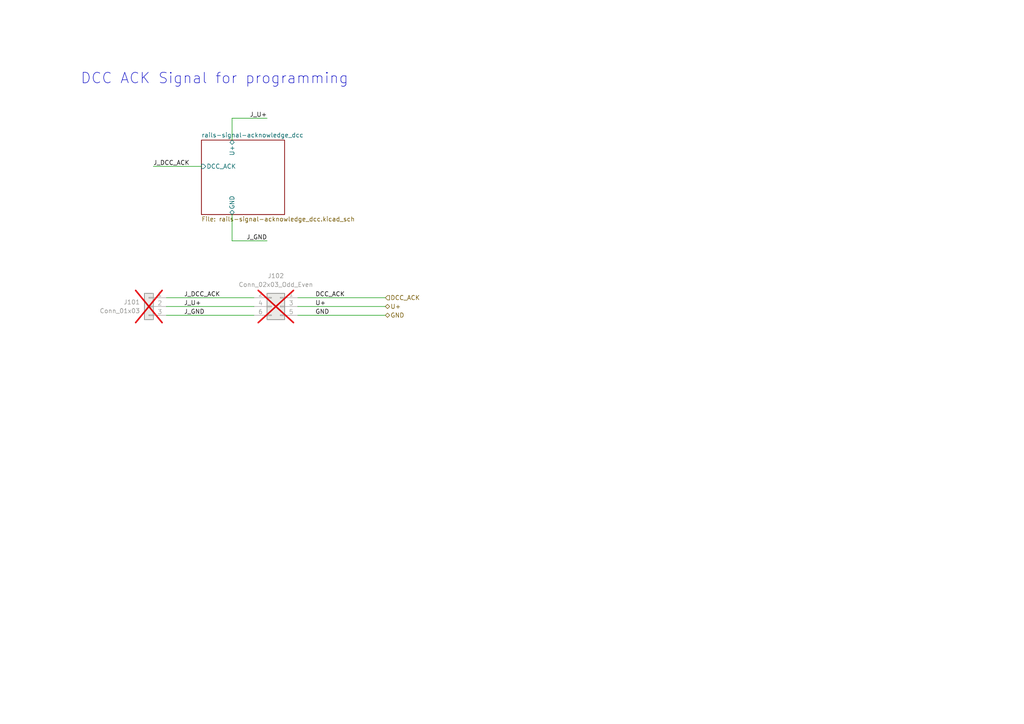
<source format=kicad_sch>
(kicad_sch (version 20231120) (generator "eeschema") (generator_version "8.0")
  (paper "A4")
  (title_block (title "xDuinoRail - LocDecoder - Development Kit") (date "2024-10-09") (rev "v0.2") (company "Chatelain Engineering, Bern - CH"))
  (lib_symbols
    (symbol "Connector_Generic:Conn_01x03" (pin_names (offset 1.016) hide)
      (property "Reference" "J" (at 0 5.08 0))
      (property "Value" "Conn_01x03" (at 0 -5.08 0))
      (symbol "Conn_01x03_1_1"
        (rectangle (start -1.27 -2.413) (end 0 -2.667) (stroke (width 0.1524)))
        (rectangle (start -1.27 0.127) (end 0 -0.127) (stroke (width 0.1524)))
        (rectangle (start -1.27 2.667) (end 0 2.413) (stroke (width 0.1524)))
        (rectangle (start -1.27 3.81) (end 1.27 -3.81) (stroke (width 0.254)) (fill (type background)))
        (pin passive line (at -5.08 2.54 0) (length 3.81) (name "Pin_1") (number "1"))
        (pin passive line (at -5.08 0 0) (length 3.81) (name "Pin_2") (number "2"))
        (pin passive line (at -5.08 -2.54 0) (length 3.81) (name "Pin_3") (number "3"))
      )
    )
    (symbol "Connector_Generic:Conn_02x03_Odd_Even" (pin_names (offset 1.016) hide)
      (property "Reference" "J" (at 1.27 5.08 0))
      (property "Value" "Conn_02x03_Odd_Even" (at 1.27 -5.08 0))
      (symbol "Conn_02x03_Odd_Even_1_1"
        (rectangle (start -1.27 -2.413) (end 0 -2.667) (stroke (width 0.1524)))
        (rectangle (start -1.27 0.127) (end 0 -0.127) (stroke (width 0.1524)))
        (rectangle (start -1.27 2.667) (end 0 2.413) (stroke (width 0.1524)))
        (rectangle (start -1.27 3.81) (end 3.81 -3.81) (stroke (width 0.254)) (fill (type background)))
        (rectangle (start 3.81 -2.413) (end 2.54 -2.667) (stroke (width 0.1524)))
        (rectangle (start 3.81 0.127) (end 2.54 -0.127) (stroke (width 0.1524)))
        (rectangle (start 3.81 2.667) (end 2.54 2.413) (stroke (width 0.1524)))
        (pin passive line (at -5.08 2.54 0) (length 3.81) (name "Pin_1") (number "1"))
        (pin passive line (at 7.62 2.54 180) (length 3.81) (name "Pin_2") (number "2"))
        (pin passive line (at -5.08 0 0) (length 3.81) (name "Pin_3") (number "3"))
        (pin passive line (at 7.62 0 180) (length 3.81) (name "Pin_4") (number "4"))
        (pin passive line (at -5.08 -2.54 0) (length 3.81) (name "Pin_5") (number "5"))
        (pin passive line (at 7.62 -2.54 180) (length 3.81) (name "Pin_6") (number "6"))
      )
    )
  )
  (wire (pts (xy 86.36 86.36) (xy 111.76 86.36)))
  (wire (pts (xy 86.36 88.9) (xy 111.76 88.9)))
  (wire (pts (xy 67.31 34.29) (xy 67.31 40.64)))
  (wire (pts (xy 86.36 91.44) (xy 111.76 91.44)))
  (wire (pts (xy 67.31 34.29) (xy 77.47 34.29)))
  (wire (pts (xy 48.26 86.36) (xy 73.66 86.36)))
  (wire (pts (xy 44.45 48.26) (xy 58.42 48.26)))
  (wire (pts (xy 48.26 88.9) (xy 73.66 88.9)))
  (wire (pts (xy 67.31 62.23) (xy 67.31 69.85)))
  (wire (pts (xy 67.31 69.85) (xy 77.47 69.85)))
  (wire (pts (xy 48.26 91.44) (xy 73.66 91.44)))
  (text "DCC ACK Signal for programming" (at 62.23 22.86 0) (effects (font (size 3.048 3.048))))
  (label "GND" (at 91.44 91.44 0))
  (label "DCC_ACK" (at 91.44 86.36 0))
  (label "J_U+" (at 53.34 88.9 0))
  (label "J_GND" (at 77.47 69.85 180))
  (label "U+" (at 91.44 88.9 0))
  (label "J_DCC_ACK" (at 53.34 86.36 0))
  (label "J_U+" (at 77.47 34.29 180))
  (label "J_DCC_ACK" (at 44.45 48.26 0))
  (label "J_GND" (at 53.34 91.44 0))
  (hierarchical_label "DCC_ACK" (shape input) (at 111.76 86.36 0))
  (hierarchical_label "U+" (shape bidirectional) (at 111.76 88.9 0))
  (hierarchical_label "GND" (shape bidirectional) (at 111.76 91.44 0))
  (symbol (lib_id "Connector_Generic:Conn_02x03_Odd_Even") (at 81.28 88.9 0) (mirror y) (unit 1) (exclude_from_sim yes) (in_bom no) (dnp yes)
    (property "Reference" "J102" (at 80.01 80.01 0))
    (property "Value" "Conn_02x03_Odd_Even" (at 80.01 82.55 0))
    (property "Footprint" "Connector_PinSocket_2.54mm:PinSocket_2x03_P2.54mm_Vertical" (effects (hide yes)))
    (property "Description" "Generic connector, double row, 02x03, odd/even pin numbering scheme (row 1 odd numbers, row 2 even numbers), script generated (kicad-library-utils/schlib/autogen/connector/)" (effects (hide yes)))
  )
  (symbol (lib_id "Connector_Generic:Conn_01x03") (at 43.18 88.9 0) (mirror y) (unit 1) (exclude_from_sim yes) (in_bom no) (dnp yes)
    (property "Reference" "J101" (at 40.64 87.6299 0) (effects (justify left)))
    (property "Value" "Conn_01x03" (at 40.64 90.1699 0) (effects (justify left)))
    (property "Footprint" "Connector_PinSocket_2.54mm:PinSocket_1x03_P2.54mm_Vertical" (effects (hide yes)))
    (property "Description" "Generic connector, single row, 01x03, script generated (kicad-library-utils/schlib/autogen/connector/)" (effects (hide yes)))
  )
  (sheet (at 58.42 40.64) (size 24.13 21.59) (stroke (width 0.1524))
    (property "Sheetname" "rails-signal-acknowledge_dcc" (at 58.42 39.9284 0) (effects (justify left bottom)))
    (property "Sheetfile" "rails-signal-acknowledge_dcc.kicad_sch" (at 58.42 62.8146 0) (effects (justify left top)))
    (pin "U+" bidirectional (at 67.31 40.64 90))
    (pin "GND" bidirectional (at 67.31 62.23 270))
    (pin "DCC_ACK" input (at 58.42 48.26 180))
  )
)
</source>
